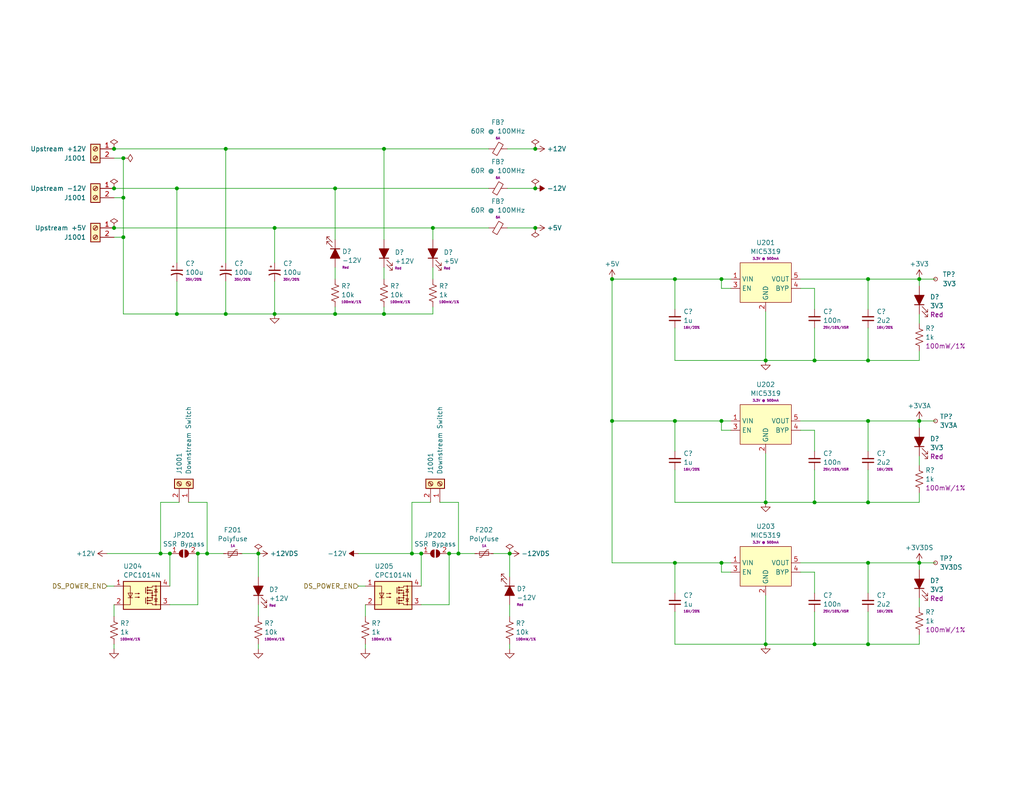
<source format=kicad_sch>
(kicad_sch (version 20230121) (generator eeschema)
  (paper "USLetter")
  (title_block (title "Hubble Motherboard") (date "2021-11-20") (rev "v3") (company "Winterbloom") (comment 1 "Alethea Flowers") (comment 2 "CERN-OHL-P V2") (comment 3 "hubble.wntr.dev"))
  (lib_symbols
    (symbol "Connector:Screw_Terminal_01x02" (pin_names (offset 1.016) hide)
      (property "Reference" "J" (at 0 2.54 0))
      (property "Value" "Screw_Terminal_01x02" (at 0 -5.08 0))
      (symbol "Screw_Terminal_01x02_1_1"
        (pin passive line (at -5.08 0 0) (length 3.81) (name "Pin_1") (number "1"))
        (pin passive line (at -5.08 -2.54 0) (length 3.81) (name "Pin_2") (number "2"))
      )
    )
    (symbol "Connector:TestPoint_Small" (pin_numbers hide) (pin_names (offset 0.762) hide)
      (property "Reference" "TP" (at 0 3.81 0))
      (property "Value" "TestPoint_Small" (at 0 2.032 0))
      (symbol "TestPoint_Small_1_1"
        (pin passive line (at 0 0 90) (length 0) (name "1") (number "1"))
      )
    )
    (symbol "Device:C_Polarized_Small_US" (pin_numbers hide) (pin_names (offset 0.254) hide)
      (property "Reference" "C" (at 0.254 1.778 0))
      (property "Value" "C_Polarized_Small_US" (at 0.254 -2.032 0))
      (symbol "C_Polarized_Small_US_1_1"
        (pin passive line (at 0 2.54 270) (length 2.032) (name "~") (number "1"))
        (pin passive line (at 0 -2.54 90) (length 2.032) (name "~") (number "2"))
      )
    )
    (symbol "Device:C_Small" (pin_numbers hide) (pin_names (offset 0.254) hide)
      (property "Reference" "C" (at 0.254 1.778 0))
      (property "Value" "C_Small" (at 0.254 -2.032 0))
      (symbol "C_Small_1_1"
        (pin passive line (at 0 2.54 270) (length 2.032) (name "~") (number "1"))
        (pin passive line (at 0 -2.54 90) (length 2.032) (name "~") (number "2"))
      )
    )
    (symbol "Device:FerriteBead_Small" (pin_numbers hide) (pin_names (offset 0))
      (property "Reference" "FB" (at 1.905 1.27 0))
      (property "Value" "FerriteBead_Small" (at 1.905 -1.27 0))
      (symbol "FerriteBead_Small_1_1"
        (pin passive line (at 0 2.54 270) (length 1.27) (name "~") (number "1"))
        (pin passive line (at 0 -2.54 90) (length 1.27) (name "~") (number "2"))
      )
    )
    (symbol "Device:LED_Filled" (pin_numbers hide) (pin_names (offset 1.016) hide)
      (property "Reference" "D" (at 0 2.54 0))
      (property "Value" "LED_Filled" (at 0 -2.54 0))
      (symbol "LED_Filled_1_1"
        (pin passive line (at -3.81 0 0) (length 2.54) (name "K") (number "1"))
        (pin passive line (at 3.81 0 180) (length 2.54) (name "A") (number "2"))
      )
    )
    (symbol "Device:Polyfuse_Small" (pin_numbers hide) (pin_names (offset 0))
      (property "Reference" "F" (at -1.905 0 90))
      (property "Value" "Polyfuse_Small" (at 1.905 0 90))
      (symbol "Polyfuse_Small_1_1"
        (pin passive line (at 0 2.54 270) (length 0.635) (name "~") (number "1"))
        (pin passive line (at 0 -2.54 90) (length 0.635) (name "~") (number "2"))
      )
    )
    (symbol "Device:R_US" (pin_numbers hide) (pin_names (offset 0))
      (property "Reference" "R" (at 2.54 0 90))
      (property "Value" "R_US" (at -2.54 0 90))
      (symbol "R_US_1_1"
        (pin passive line (at 0 3.81 270) (length 1.27) (name "~") (number "1"))
        (pin passive line (at 0 -3.81 90) (length 1.27) (name "~") (number "2"))
      )
    )
    (symbol "Jumper:SolderJumper_2_Open" (pin_names (offset 0) hide)
      (property "Reference" "JP" (at 0 2.032 0))
      (property "Value" "SolderJumper_2_Open" (at 0 -2.54 0))
      (symbol "SolderJumper_2_Open_1_1"
        (pin passive line (at -3.81 0 0) (length 2.54) (name "A") (number "1"))
        (pin passive line (at 3.81 0 180) (length 2.54) (name "B") (number "2"))
      )
    )
    (symbol "Relay_SolidState:CPC1017N"
      (property "Reference" "U" (at -5.08 5.08 0))
      (property "Value" "CPC1017N" (at 0 5.08 0))
      (symbol "CPC1017N_1_1"
        (pin passive line (at -7.62 2.54 0) (length 2.54) (name "~") (number "1"))
        (pin passive line (at -7.62 -2.54 0) (length 2.54) (name "~") (number "2"))
        (pin passive line (at 7.62 -2.54 180) (length 2.54) (name "~") (number "3"))
        (pin passive line (at 7.62 2.54 180) (length 2.54) (name "~") (number "4"))
      )
    )
    (symbol "hubble:+12VDS" (power) (pin_names (offset 0))
      (property "Value" "+12VDS" (at 0 3.175 90))
      (symbol "+12VDS_1_1"
        (pin power_in line (at 0 0 90) (length 0) hide (name "+12VDS") (number "1"))
      )
    )
    (symbol "hubble:+3V3A" (power) (pin_names (offset 0))
      (property "Value" "+3V3A" (at 0 4.1331 0))
      (symbol "+3V3A_1_1"
        (pin power_in line (at 0 0 90) (length 0) hide (name "+3V3A") (number "1"))
      )
    )
    (symbol "hubble:+3V3DS" (power) (pin_names (offset 0))
      (property "Value" "+3V3DS" (at 0 4.1331 0))
      (symbol "+3V3DS_1_1"
        (pin power_in line (at 0 0 90) (length 0) hide (name "+3V3DS") (number "1"))
      )
    )
    (symbol "hubble:-12VDS" (power) (pin_names (offset 0))
      (property "Value" "-12VDS" (at 0 3.175 90))
      (symbol "-12VDS_1_1"
        (pin power_in line (at 0 0 90) (length 0) hide (name "-12VDS") (number "1"))
      )
    )
    (symbol "power:+12V" (power) (pin_names (offset 0))
      (property "Value" "+12V" (at 0 3.556 0))
      (symbol "+12V_1_1"
        (pin power_in line (at 0 0 90) (length 0) hide (name "+12V") (number "1"))
      )
    )
    (symbol "power:+3V3" (power) (pin_names (offset 0))
      (property "Value" "+3V3" (at 0 3.556 0))
      (symbol "+3V3_1_1"
        (pin power_in line (at 0 0 90) (length 0) hide (name "+3V3") (number "1"))
      )
    )
    (symbol "power:+5V" (power) (pin_names (offset 0))
      (property "Value" "+5V" (at 0 3.556 0))
      (symbol "+5V_1_1"
        (pin power_in line (at 0 0 90) (length 0) hide (name "+5V") (number "1"))
      )
    )
    (symbol "power:-12V" (power) (pin_names (offset 0))
      (property "Value" "-12V" (at 0 3.81 0))
      (symbol "-12V_0_0"
        (pin power_in line (at 0 0 90) (length 0) hide (name "-12V") (number "1"))
      )
    )
    (symbol "power:GND" (power) (pin_names (offset 0))
      (property "Value" "GND" (at 0 -3.81 0))
      (symbol "GND_1_1"
        (pin power_in line (at 0 0 270) (length 0) hide (name "GND") (number "1"))
      )
    )
    (symbol "power:PWR_FLAG" (power) (pin_numbers hide) (pin_names (offset 0) hide)
      (property "Value" "PWR_FLAG" (at 0 3.81 0))
      (symbol "PWR_FLAG_0_0"
        (pin power_out line (at 0 0 90) (length 0) (name "pwr") (number "1"))
      )
    )
    (symbol "winterbloom:MIC5319"
      (property "Reference" "U" (at 0 9.525 0))
      (property "Value" "MIC5319" (at 0 7.62 0))
      (property "Rating" "3.3V @ 500mA" (at 0 5.715 0))
      (symbol "MIC5319_0_0"
        (pin power_in line (at -9.525 0 0) (length 2.54) (name "VIN") (number "1"))
        (pin power_in line (at 0 -8.89 90) (length 2.54) (name "GND") (number "2"))
        (pin input line (at -9.525 -2.54 0) (length 2.54) (name "EN") (number "3"))
        (pin power_out line (at 9.525 0 180) (length 2.54) (name "VOUT") (number "5"))
      )
      (symbol "MIC5319_1_0"
        (pin passive line (at 9.525 -2.54 180) (length 2.54) (name "BYP") (number "4"))
      )
    )
  )
  (junction (at 250.825 114.935))
  (junction (at 167.005 114.935))
  (junction (at 33.655 53.975))
  (junction (at 118.11 62.23))
  (junction (at 196.85 114.935))
  (junction (at 196.85 153.67))
  (junction (at 208.915 175.895))
  (junction (at 33.655 64.77))
  (junction (at 196.85 76.2))
  (junction (at 61.595 85.725))
  (junction (at 250.825 76.2))
  (junction (at 250.825 153.67))
  (junction (at 122.555 151.13))
  (junction (at 146.05 40.64))
  (junction (at 104.775 40.64))
  (junction (at 61.595 40.64))
  (junction (at 236.855 98.425))
  (junction (at 74.93 85.725))
  (junction (at 70.485 151.13))
  (junction (at 208.915 137.16))
  (junction (at 112.395 151.13))
  (junction (at 48.26 51.435))
  (junction (at 184.15 76.2))
  (junction (at 31.115 40.64))
  (junction (at 236.855 76.2))
  (junction (at 43.815 151.13))
  (junction (at 104.775 85.725))
  (junction (at 184.15 114.935))
  (junction (at 33.655 43.18))
  (junction (at 146.05 62.23))
  (junction (at 125.095 151.13))
  (junction (at 236.855 153.67))
  (junction (at 139.065 151.13))
  (junction (at 114.935 151.13))
  (junction (at 74.93 62.23))
  (junction (at 56.515 151.13))
  (junction (at 236.855 175.895))
  (junction (at 91.44 85.725))
  (junction (at 31.115 62.23))
  (junction (at 222.25 137.16))
  (junction (at 236.855 137.16))
  (junction (at 31.115 51.435))
  (junction (at 146.05 51.435))
  (junction (at 222.25 98.425))
  (junction (at 53.975 151.13))
  (junction (at 167.005 76.2))
  (junction (at 222.25 175.895))
  (junction (at 46.355 151.13))
  (junction (at 184.15 153.67))
  (junction (at 208.915 98.425))
  (junction (at 91.44 51.435))
  (junction (at 236.855 114.935))
  (junction (at 48.26 85.725))
  (wire (pts (xy 250.825 127) (xy 250.825 124.46)))
  (wire (pts (xy 74.93 62.23) (xy 74.93 71.755)))
  (wire (pts (xy 184.15 114.935) (xy 167.005 114.935)))
  (wire (pts (xy 250.825 175.895) (xy 250.825 173.355)))
  (wire (pts (xy 196.85 76.2) (xy 199.39 76.2)))
  (wire (pts (xy 208.915 98.425) (xy 222.25 98.425)))
  (wire (pts (xy 139.065 168.275) (xy 139.065 165.1)))
  (wire (pts (xy 70.485 151.13) (xy 66.04 151.13)))
  (wire (pts (xy 112.395 137.16) (xy 117.475 137.16)))
  (wire (pts (xy 48.26 51.435) (xy 91.44 51.435)))
  (wire (pts (xy 167.005 153.67) (xy 167.005 114.935)))
  (wire (pts (xy 70.485 165.1) (xy 70.485 168.275)))
  (wire (pts (xy 91.44 76.2) (xy 91.44 73.025)))
  (wire (pts (xy 104.775 85.725) (xy 91.44 85.725)))
  (wire (pts (xy 222.25 137.16) (xy 236.855 137.16)))
  (wire (pts (xy 61.595 40.64) (xy 61.595 71.755)))
  (wire (pts (xy 218.44 117.475) (xy 222.25 117.475)))
  (wire (pts (xy 139.065 151.13) (xy 134.62 151.13)))
  (wire (pts (xy 53.975 151.13) (xy 53.975 165.1)))
  (wire (pts (xy 236.855 167.005) (xy 236.855 175.895)))
  (wire (pts (xy 122.555 151.13) (xy 122.555 165.1)))
  (wire (pts (xy 222.25 89.535) (xy 222.25 98.425)))
  (wire (pts (xy 167.005 76.2) (xy 167.005 114.935)))
  (wire (pts (xy 60.96 151.13) (xy 56.515 151.13)))
  (wire (pts (xy 118.11 73.025) (xy 118.11 76.2)))
  (wire (pts (xy 250.825 98.425) (xy 250.825 95.885)))
  (wire (pts (xy 222.25 175.895) (xy 236.855 175.895)))
  (wire (pts (xy 250.825 76.2) (xy 255.27 76.2)))
  (wire (pts (xy 125.095 151.13) (xy 122.555 151.13)))
  (wire (pts (xy 33.655 85.725) (xy 48.26 85.725)))
  (wire (pts (xy 33.655 43.18) (xy 33.655 53.975)))
  (wire (pts (xy 33.655 53.975) (xy 33.655 64.77)))
  (wire (pts (xy 114.935 151.13) (xy 114.935 160.02)))
  (wire (pts (xy 196.85 114.935) (xy 199.39 114.935)))
  (wire (pts (xy 118.11 62.23) (xy 74.93 62.23)))
  (wire (pts (xy 43.815 151.13) (xy 29.21 151.13)))
  (wire (pts (xy 184.15 161.925) (xy 184.15 153.67)))
  (wire (pts (xy 184.15 137.16) (xy 208.915 137.16)))
  (wire (pts (xy 33.655 64.77) (xy 33.655 85.725)))
  (wire (pts (xy 112.395 151.13) (xy 114.935 151.13)))
  (wire (pts (xy 91.44 51.435) (xy 91.44 65.405)))
  (wire (pts (xy 208.915 175.895) (xy 222.25 175.895)))
  (wire (pts (xy 184.15 76.2) (xy 196.85 76.2)))
  (wire (pts (xy 31.115 51.435) (xy 48.26 51.435)))
  (wire (pts (xy 250.825 114.935) (xy 255.27 114.935)))
  (wire (pts (xy 218.44 156.21) (xy 222.25 156.21)))
  (wire (pts (xy 48.895 137.16) (xy 43.815 137.16)))
  (wire (pts (xy 31.115 177.165) (xy 31.115 175.895)))
  (wire (pts (xy 184.15 84.455) (xy 184.15 76.2)))
  (wire (pts (xy 104.775 85.725) (xy 118.11 85.725)))
  (wire (pts (xy 51.435 137.16) (xy 56.515 137.16)))
  (wire (pts (xy 146.05 51.435) (xy 138.43 51.435)))
  (wire (pts (xy 99.695 168.275) (xy 99.695 165.1)))
  (wire (pts (xy 236.855 89.535) (xy 236.855 98.425)))
  (wire (pts (xy 222.25 98.425) (xy 236.855 98.425)))
  (wire (pts (xy 91.44 85.725) (xy 91.44 83.82)))
  (wire (pts (xy 184.15 153.67) (xy 196.85 153.67)))
  (wire (pts (xy 125.095 137.16) (xy 125.095 151.13)))
  (wire (pts (xy 104.775 85.725) (xy 104.775 83.82)))
  (wire (pts (xy 48.26 85.725) (xy 61.595 85.725)))
  (wire (pts (xy 48.26 51.435) (xy 48.26 71.755)))
  (wire (pts (xy 218.44 78.74) (xy 222.25 78.74)))
  (wire (pts (xy 184.15 123.19) (xy 184.15 114.935)))
  (wire (pts (xy 112.395 151.13) (xy 97.79 151.13)))
  (wire (pts (xy 196.85 156.21) (xy 196.85 153.67)))
  (wire (pts (xy 122.555 165.1) (xy 114.935 165.1)))
  (wire (pts (xy 236.855 76.2) (xy 250.825 76.2)))
  (wire (pts (xy 118.11 62.23) (xy 118.11 65.405)))
  (wire (pts (xy 133.35 62.23) (xy 118.11 62.23)))
  (wire (pts (xy 61.595 40.64) (xy 104.775 40.64)))
  (wire (pts (xy 236.855 137.16) (xy 250.825 137.16)))
  (wire (pts (xy 250.825 153.67) (xy 250.825 155.575)))
  (wire (pts (xy 184.15 98.425) (xy 208.915 98.425)))
  (wire (pts (xy 250.825 76.2) (xy 250.825 78.105)))
  (wire (pts (xy 236.855 175.895) (xy 250.825 175.895)))
  (wire (pts (xy 53.975 165.1) (xy 46.355 165.1)))
  (wire (pts (xy 196.85 153.67) (xy 199.39 153.67)))
  (wire (pts (xy 199.39 78.74) (xy 196.85 78.74)))
  (wire (pts (xy 196.85 117.475) (xy 196.85 114.935)))
  (wire (pts (xy 97.79 160.02) (xy 99.695 160.02)))
  (wire (pts (xy 250.825 153.67) (xy 255.27 153.67)))
  (wire (pts (xy 29.21 160.02) (xy 31.115 160.02)))
  (wire (pts (xy 56.515 137.16) (xy 56.515 151.13)))
  (wire (pts (xy 43.815 151.13) (xy 46.355 151.13)))
  (wire (pts (xy 31.115 43.18) (xy 33.655 43.18)))
  (wire (pts (xy 61.595 85.725) (xy 61.595 76.835)))
  (wire (pts (xy 31.115 168.275) (xy 31.115 165.1)))
  (wire (pts (xy 167.005 76.2) (xy 184.15 76.2)))
  (wire (pts (xy 74.93 85.725) (xy 61.595 85.725)))
  (wire (pts (xy 146.05 62.23) (xy 138.43 62.23)))
  (wire (pts (xy 199.39 156.21) (xy 196.85 156.21)))
  (wire (pts (xy 222.25 78.74) (xy 222.25 84.455)))
  (wire (pts (xy 208.915 137.16) (xy 222.25 137.16)))
  (wire (pts (xy 218.44 76.2) (xy 236.855 76.2)))
  (wire (pts (xy 43.815 137.16) (xy 43.815 151.13)))
  (wire (pts (xy 236.855 153.67) (xy 250.825 153.67)))
  (wire (pts (xy 56.515 151.13) (xy 53.975 151.13)))
  (wire (pts (xy 104.775 73.025) (xy 104.775 76.2)))
  (wire (pts (xy 208.915 123.825) (xy 208.915 137.16)))
  (wire (pts (xy 236.855 114.935) (xy 236.855 123.19)))
  (wire (pts (xy 139.065 157.48) (xy 139.065 151.13)))
  (wire (pts (xy 91.44 85.725) (xy 74.93 85.725)))
  (wire (pts (xy 236.855 114.935) (xy 250.825 114.935)))
  (wire (pts (xy 184.15 98.425) (xy 184.15 89.535)))
  (wire (pts (xy 48.26 76.835) (xy 48.26 85.725)))
  (wire (pts (xy 33.655 64.77) (xy 31.115 64.77)))
  (wire (pts (xy 70.485 177.165) (xy 70.485 175.895)))
  (wire (pts (xy 218.44 153.67) (xy 236.855 153.67)))
  (wire (pts (xy 236.855 128.27) (xy 236.855 137.16)))
  (wire (pts (xy 46.355 151.13) (xy 46.355 160.02)))
  (wire (pts (xy 133.35 40.64) (xy 104.775 40.64)))
  (wire (pts (xy 250.825 88.265) (xy 250.825 85.725)))
  (wire (pts (xy 250.825 114.935) (xy 250.825 116.84)))
  (wire (pts (xy 112.395 137.16) (xy 112.395 151.13)))
  (wire (pts (xy 222.25 167.005) (xy 222.25 175.895)))
  (wire (pts (xy 250.825 165.735) (xy 250.825 163.195)))
  (wire (pts (xy 196.85 78.74) (xy 196.85 76.2)))
  (wire (pts (xy 184.15 153.67) (xy 167.005 153.67)))
  (wire (pts (xy 236.855 98.425) (xy 250.825 98.425)))
  (wire (pts (xy 31.115 53.975) (xy 33.655 53.975)))
  (wire (pts (xy 70.485 151.13) (xy 70.485 157.48)))
  (wire (pts (xy 184.15 175.895) (xy 184.15 167.005)))
  (wire (pts (xy 184.15 114.935) (xy 196.85 114.935)))
  (wire (pts (xy 208.915 85.09) (xy 208.915 98.425)))
  (wire (pts (xy 184.15 175.895) (xy 208.915 175.895)))
  (wire (pts (xy 31.115 40.64) (xy 61.595 40.64)))
  (wire (pts (xy 133.35 51.435) (xy 91.44 51.435)))
  (wire (pts (xy 250.825 137.16) (xy 250.825 134.62)))
  (wire (pts (xy 236.855 76.2) (xy 236.855 84.455)))
  (wire (pts (xy 118.11 85.725) (xy 118.11 83.82)))
  (wire (pts (xy 146.05 40.64) (xy 138.43 40.64)))
  (wire (pts (xy 74.93 76.835) (xy 74.93 85.725)))
  (wire (pts (xy 222.25 117.475) (xy 222.25 123.19)))
  (wire (pts (xy 222.25 128.27) (xy 222.25 137.16)))
  (wire (pts (xy 184.15 137.16) (xy 184.15 128.27)))
  (wire (pts (xy 31.115 62.23) (xy 74.93 62.23)))
  (wire (pts (xy 104.775 40.64) (xy 104.775 65.405)))
  (wire (pts (xy 218.44 114.935) (xy 236.855 114.935)))
  (wire (pts (xy 120.015 137.16) (xy 125.095 137.16)))
  (wire (pts (xy 99.695 177.165) (xy 99.695 175.895)))
  (wire (pts (xy 222.25 156.21) (xy 222.25 161.925)))
  (wire (pts (xy 139.065 177.165) (xy 139.065 175.895)))
  (wire (pts (xy 129.54 151.13) (xy 125.095 151.13)))
  (wire (pts (xy 199.39 117.475) (xy 196.85 117.475)))
  (wire (pts (xy 208.915 162.56) (xy 208.915 175.895)))
  (wire (pts (xy 236.855 153.67) (xy 236.855 161.925)))
  (hierarchical_label "DS_POWER_EN" (shape input) (at 97.79 160.02 180))
  (hierarchical_label "DS_POWER_EN" (shape input) (at 29.21 160.02 180))
  (symbol (lib_id "power:GND") (at 99.695 177.165 0) (unit 1)
    (property "Reference" "#PWR?" (effects hide))
    (property "Value" "GND" (effects hide))
    (instances (project "starfish" (path "" (reference "#PWR?") (unit 1))) (project "hubble" (path "" (reference "#PWR0219") (unit 1))))
  )
  (symbol (lib_id "power:PWR_FLAG") (at 31.115 51.435 0) (unit 1)
    (property "Reference" "#FLG?" (effects hide))
    (property "Value" "PWR_FLAG" (effects hide))
    (instances (project "board" (path "" (reference "#FLG?") (unit 1))) (project "hubble" (path "" (reference "#FLG0208") (unit 1))))
  )
  (symbol (lib_id "Connector:Screw_Terminal_01x02") (at 26.035 40.64 0) (mirror y) (unit 1)
    (property "Reference" "J1001" (at 23.495 43.18 0) (effects (justify left)))
    (property "Value" "Upstream +12V" (at 23.495 40.64 0) (effects (justify left)))
    (property "Footprint" "winterbloom:TerminalBlock_4UCON_1x02_P3.50mm_Horizontal" (effects hide))
    (instances (project "starfish" (path "" (reference "J1001") (unit 1)) (path "" (reference "J1101") (unit 1)) (path "" (reference "J1301") (unit 1)) (path "" (reference "J1701") (unit 1))) (project "hubble" (path "" (reference "J203") (unit 1))))
  )
  (symbol (lib_id "hubble:+12VDS") (at 70.485 151.13 270) (unit 1)
    (property "Reference" "#PWR?" (effects hide))
    (property "Value" "+12VDS" (at 73.66 151.13 90) (effects (justify left)))
    (instances (project "board" (path "" (reference "#PWR?") (unit 1))) (project "hubble" (path "" (reference "#PWR0213") (unit 1))))
  )
  (symbol (lib_id "Device:R_US") (at 91.44 80.01 0) (unit 1)
    (property "Reference" "R?" (at 93.091 78.0926 0) (effects (justify left)))
    (property "Value" "10k" (at 93.091 80.5168 0) (effects (justify left)))
    (property "Footprint" "winterbloom:R_0603_HandSolder" (effects hide))
    (property "Rating" "100mW/1%" (at 93.091 82.4342 0) (effects (font (size 0.64 0.64)) (justify left)))
    (instances (project "starfish" (path "" (reference "R?") (unit 1))) (project "hubble" (path "" (reference "R201") (unit 1))))
  )
  (symbol (lib_id "power:PWR_FLAG") (at 31.115 40.64 0) (unit 1)
    (property "Reference" "#FLG?" (effects hide))
    (property "Value" "PWR_FLAG" (effects hide))
    (instances (project "board" (path "" (reference "#FLG?") (unit 1))) (project "hubble" (path "" (reference "#FLG0207") (unit 1))))
  )
  (symbol (lib_id "power:GND") (at 31.115 177.165 0) (unit 1)
    (property "Reference" "#PWR?" (effects hide))
    (property "Value" "GND" (effects hide))
    (instances (project "starfish" (path "" (reference "#PWR?") (unit 1))) (project "hubble" (path "" (reference "#PWR0218") (unit 1))))
  )
  (symbol (lib_id "Device:R_US") (at 31.115 172.085 0) (unit 1)
    (property "Reference" "R?" (at 32.766 170.1676 0) (effects (justify left)))
    (property "Value" "1k" (at 32.766 172.5918 0) (effects (justify left)))
    (property "Footprint" "winterbloom:R_0603_HandSolder" (effects hide))
    (property "Rating" "100mW/1%" (at 32.766 174.5092 0) (effects (font (size 0.64 0.64)) (justify left)))
    (instances (project "starfish" (path "" (reference "R?") (unit 1))) (project "hubble" (path "" (reference "R207") (unit 1))))
  )
  (symbol (lib_id "winterbloom:MIC5319") (at 208.915 153.67 0) (unit 1)
    (property "Reference" "U203" (at 208.915 143.7209 0))
    (property "Value" "MIC5319" (at 208.915 146.1451 0))
    (property "Footprint" "Package_TO_SOT_SMD:SOT-23-5" (effects hide))
    (property "Datasheet" "https://ww1.microchip.com/downloads/en/DeviceDoc/500mA-uCap-Ultra-Low-Dropout-Regulator-with-High-PSRR-DS20005876B.pdf" (effects hide))
    (property "MPN" "MIC5319-3.3YD5" (effects hide))
    (property "Rating" "3.3V @ 500mA" (at 208.915 148.0625 0) (effects (font (size 0.64 0.64))))
  )
  (symbol (lib_id "power:PWR_FLAG") (at 31.115 62.23 0) (unit 1)
    (property "Reference" "#FLG?" (effects hide))
    (property "Value" "PWR_FLAG" (effects hide))
    (instances (project "board" (path "" (reference "#FLG?") (unit 1))) (project "hubble" (path "" (reference "#FLG0209") (unit 1))))
  )
  (symbol (lib_id "hubble:+3V3A") (at 250.825 114.935 0) (unit 1)
    (property "Reference" "#PWR?" (effects hide))
    (property "Value" "+3V3A" (at 250.825 110.8019 0))
    (instances (project "starfish" (path "" (reference "#PWR?") (unit 1))) (project "hubble" (path "" (reference "#PWR0210") (unit 1))))
  )
  (symbol (lib_id "Device:C_Polarized_Small_US") (at 48.26 74.295 0) (unit 1)
    (property "Reference" "C?" (at 50.5714 71.9458 0) (effects (justify left)))
    (property "Value" "100u" (at 50.5714 74.37 0) (effects (justify left)))
    (property "Footprint" "Capacitor_SMD:CP_Elec_6.3x9.9" (effects hide))
    (property "Rating" "35V/20%" (at 50.5714 76.2874 0) (effects (font (size 0.64 0.64)) (justify left)))
    (instances (project "starfish" (path "" (reference "C?") (unit 1))) (project "hubble" (path "" (reference "C201") (unit 1))))
  )
  (symbol (lib_id "Device:C_Small") (at 184.15 125.73 180) (unit 1)
    (property "Reference" "C?" (at 186.4741 123.8062 0) (effects (justify right)))
    (property "Value" "1u" (at 186.4741 126.2304 0) (effects (justify right)))
    (property "Footprint" "winterbloom:C_0603_HandSolder" (effects hide))
    (property "Notes" "Bypass" (effects hide))
    (property "Rating" "16V/20%" (at 186.4741 128.1478 0) (effects (font (size 0.64 0.64)) (justify right)))
    (instances (project "mainboard" (path "" (reference "C?") (unit 1))) (project "hubble" (path "" (reference "C?") (unit 1)) (path "" (reference "C?") (unit 1)) (path "" (reference "C?") (unit 1)) (path "" (reference "C?") (unit 1)) (path "" (reference "C207") (unit 1))))
  )
  (symbol (lib_id "power:PWR_FLAG") (at 70.485 151.13 0) (unit 1)
    (property "Reference" "#FLG?" (effects hide))
    (property "Value" "PWR_FLAG" (effects hide))
    (instances (project "board" (path "" (reference "#FLG?") (unit 1))) (project "hubble" (path "" (reference "#FLG0205") (unit 1))))
  )
  (symbol (lib_id "Device:Polyfuse_Small") (at 63.5 151.13 270) (unit 1)
    (property "Reference" "F201" (at 63.5 144.6861 90))
    (property "Value" "Polyfuse" (at 63.5 147.1103 90))
    (property "Footprint" "winterbloom:Fuse_Littelfuse_0805L" (effects hide))
    (property "Datasheet" "https://m.littelfuse.com/~/media/electronics/datasheets/resettable_ptcs/littelfuse_ptc_0805l_datasheet.pdf.pdf" (effects hide))
    (property "Rating" "1A" (at 63.5 149.0277 90) (effects (font (size 0.64 0.64))))
  )
  (symbol (lib_id "winterbloom:MIC5319") (at 208.915 114.935 0) (unit 1)
    (property "Reference" "U202" (at 208.915 104.9859 0))
    (property "Value" "MIC5319" (at 208.915 107.4101 0))
    (property "Footprint" "Package_TO_SOT_SMD:SOT-23-5" (effects hide))
    (property "Datasheet" "https://ww1.microchip.com/downloads/en/DeviceDoc/500mA-uCap-Ultra-Low-Dropout-Regulator-with-High-PSRR-DS20005876B.pdf" (effects hide))
    (property "MPN" "MIC5319-3.3YD5" (effects hide))
    (property "Rating" "3.3V @ 500mA" (at 208.915 109.3275 0) (effects (font (size 0.64 0.64))))
  )
  (symbol (lib_id "Device:R_US") (at 104.775 80.01 0) (unit 1)
    (property "Reference" "R?" (at 106.426 78.0926 0) (effects (justify left)))
    (property "Value" "10k" (at 106.426 80.5168 0) (effects (justify left)))
    (property "Footprint" "winterbloom:R_0603_HandSolder" (effects hide))
    (property "Rating" "100mW/1%" (at 106.426 82.4342 0) (effects (font (size 0.64 0.64)) (justify left)))
    (instances (project "starfish" (path "" (reference "R?") (unit 1))) (project "hubble" (path "" (reference "R202") (unit 1))))
  )
  (symbol (lib_id "Device:C_Small") (at 222.25 125.73 180) (unit 1)
    (property "Reference" "C?" (at 224.5741 123.8062 0) (effects (justify right)))
    (property "Value" "100n" (at 224.5741 126.2304 0) (effects (justify right)))
    (property "Footprint" "winterbloom:C_0603_HandSolder" (effects hide))
    (property "Notes" "Bypass" (effects hide))
    (property "Rating" "25V/10%/X5R" (at 224.5741 128.1478 0) (effects (font (size 0.64 0.64)) (justify right)))
    (instances (project "mainboard" (path "" (reference "C?") (unit 1))) (project "hubble" (path "" (reference "C?") (unit 1)) (path "" (reference "C?") (unit 1)) (path "" (reference "C?") (unit 1)) (path "" (reference "C?") (unit 1)) (path "" (reference "C208") (unit 1))))
  )
  (symbol (lib_id "Connector:Screw_Terminal_01x02") (at 51.435 132.08 270) (mirror x) (unit 1)
    (property "Reference" "J1001" (at 48.895 129.54 0) (effects (justify left)))
    (property "Value" "Downstream Switch" (at 51.435 129.54 0) (effects (justify left)))
    (property "Footprint" "winterbloom:TerminalBlock_4UCON_1x02_P3.50mm_Horizontal" (effects hide))
    (instances (project "starfish" (path "" (reference "J1001") (unit 1)) (path "" (reference "J1101") (unit 1)) (path "" (reference "J1301") (unit 1)) (path "" (reference "J1701") (unit 1))) (project "hubble" (path "" (reference "J201") (unit 1))))
  )
  (symbol (lib_id "Device:C_Small") (at 184.15 86.995 180) (unit 1)
    (property "Reference" "C?" (at 186.4741 85.0712 0) (effects (justify right)))
    (property "Value" "1u" (at 186.4741 87.4954 0) (effects (justify right)))
    (property "Footprint" "winterbloom:C_0603_HandSolder" (effects hide))
    (property "Notes" "Bypass" (effects hide))
    (property "Rating" "16V/20%" (at 186.4741 89.4128 0) (effects (font (size 0.64 0.64)) (justify right)))
    (instances (project "mainboard" (path "" (reference "C?") (unit 1))) (project "hubble" (path "" (reference "C?") (unit 1)) (path "" (reference "C?") (unit 1)) (path "" (reference "C?") (unit 1)) (path "" (reference "C?") (unit 1)) (path "" (reference "C204") (unit 1))))
  )
  (symbol (lib_id "Device:LED_Filled") (at 250.825 159.385 90) (unit 1)
    (property "Reference" "D?" (at 253.746 158.5483 90) (effects (justify right)))
    (property "Value" "3V3" (at 253.746 160.9725 90) (effects (justify right)))
    (property "Footprint" "winterbloom:LED_0805_Kingbright_APT2012" (effects hide))
    (property "Datasheet" "https://www.kingbrightusa.com/images/catalog/SPEC/APT2012EC.pdf" (effects hide))
    (property "Rating" "Red" (at 253.746 163.3967 90) (effects (justify right)))
    (instances (project "starfish" (path "" (reference "D?") (unit 1))) (project "hubble" (path "" (reference "D206") (unit 1))))
  )
  (symbol (lib_id "Relay_SolidState:CPC1017N") (at 38.735 162.56 0) (unit 1)
    (property "Reference" "U204" (at 33.6346 154.6057 0) (effects (justify left)))
    (property "Value" "CPC1014N" (at 33.6346 157.0299 0) (effects (justify left)))
    (property "Footprint" "Package_SO:SOP-4_3.8x4.1mm_P2.54mm" (effects hide))
    (property "Datasheet" "https://www.littelfuse.com/media?resourcetype=datasheets&itemid=3e4eb187-4c39-460b-979d-cfbae53b1b5d&filename=littelfuse-integrated-circuits-cpc1014n-series-datasheet" (effects hide))
    (property "MPN" "CPC1014NTR" (effects hide))
  )
  (symbol (lib_id "winterbloom:MIC5319") (at 208.915 76.2 0) (unit 1)
    (property "Reference" "U201" (at 208.915 66.2509 0))
    (property "Value" "MIC5319" (at 208.915 68.6751 0))
    (property "Footprint" "Package_TO_SOT_SMD:SOT-23-5" (effects hide))
    (property "Datasheet" "https://ww1.microchip.com/downloads/en/DeviceDoc/500mA-uCap-Ultra-Low-Dropout-Regulator-with-High-PSRR-DS20005876B.pdf" (effects hide))
    (property "MPN" "MIC5319-3.3YD5" (effects hide))
    (property "Rating" "3.3V @ 500mA" (at 208.915 70.5925 0) (effects (font (size 0.64 0.64))))
  )
  (symbol (lib_id "Connector:Screw_Terminal_01x02") (at 26.035 51.435 0) (mirror y) (unit 1)
    (property "Reference" "J1001" (at 23.495 53.975 0) (effects (justify left)))
    (property "Value" "Upstream -12V" (at 23.495 51.435 0) (effects (justify left)))
    (property "Footprint" "winterbloom:TerminalBlock_4UCON_1x02_P3.50mm_Horizontal" (effects hide))
    (instances (project "starfish" (path "" (reference "J1001") (unit 1)) (path "" (reference "J1101") (unit 1)) (path "" (reference "J1301") (unit 1)) (path "" (reference "J1701") (unit 1))) (project "hubble" (path "" (reference "J204") (unit 1))))
  )
  (symbol (lib_id "Device:LED_Filled") (at 91.44 69.215 270) (unit 1)
    (property "Reference" "D?" (at 93.345 68.6834 90) (effects (justify left)))
    (property "Value" "-12V" (at 93.345 71.1076 90) (effects (justify left)))
    (property "Footprint" "winterbloom:LED_0805_Kingbright_APT2012" (effects hide))
    (property "Datasheet" "https://www.kingbrightusa.com/images/catalog/SPEC/APT2012EC.pdf" (effects hide))
    (property "Rating" "Red" (at 93.345 73.025 90) (effects (font (size 0.64 0.64)) (justify left)))
    (instances (project "starfish" (path "" (reference "D?") (unit 1))) (project "hubble" (path "" (reference "D201") (unit 1))))
  )
  (symbol (lib_id "Device:C_Small") (at 184.15 164.465 180) (unit 1)
    (property "Reference" "C?" (at 186.4741 162.5412 0) (effects (justify right)))
    (property "Value" "1u" (at 186.4741 164.9654 0) (effects (justify right)))
    (property "Footprint" "winterbloom:C_0603_HandSolder" (effects hide))
    (property "Notes" "Bypass" (effects hide))
    (property "Rating" "16V/20%" (at 186.4741 166.8828 0) (effects (font (size 0.64 0.64)) (justify right)))
    (instances (project "mainboard" (path "" (reference "C?") (unit 1))) (project "hubble" (path "" (reference "C?") (unit 1)) (path "" (reference "C?") (unit 1)) (path "" (reference "C?") (unit 1)) (path "" (reference "C?") (unit 1)) (path "" (reference "C210") (unit 1))))
  )
  (symbol (lib_id "Device:C_Small") (at 236.855 86.995 180) (unit 1)
    (property "Reference" "C?" (at 239.1791 85.0712 0) (effects (justify right)))
    (property "Value" "2u2" (at 239.1791 87.4954 0) (effects (justify right)))
    (property "Footprint" "winterbloom:C_0603_HandSolder" (effects hide))
    (property "Notes" "Bypass" (effects hide))
    (property "Rating" "16V/20%" (at 239.1791 89.4128 0) (effects (font (size 0.64 0.64)) (justify right)))
    (instances (project "mainboard" (path "" (reference "C?") (unit 1))) (project "hubble" (path "" (reference "C?") (unit 1)) (path "" (reference "C?") (unit 1)) (path "" (reference "C?") (unit 1)) (path "" (reference "C?") (unit 1)) (path "" (reference "C206") (unit 1))))
  )
  (symbol (lib_id "Connector:TestPoint_Small") (at 255.27 153.67 180) (unit 1)
    (property "Reference" "TP?" (at 256.413 152.4579 0) (effects (justify right)))
    (property "Value" "3V3DS" (at 256.413 154.8821 0) (effects (justify right)))
    (property "Footprint" "TestPoint:TestPoint_Pad_D1.0mm" (effects hide))
    (instances (project "starfish" (path "" (reference "TP?") (unit 1))) (project "hubble" (path "" (reference "TP203") (unit 1))))
  )
  (symbol (lib_id "Connector:TestPoint_Small") (at 255.27 114.935 180) (unit 1)
    (property "Reference" "TP?" (at 256.413 113.7229 0) (effects (justify right)))
    (property "Value" "3V3A" (at 256.413 116.1471 0) (effects (justify right)))
    (property "Footprint" "TestPoint:TestPoint_Pad_D1.0mm" (effects hide))
    (instances (project "starfish" (path "" (reference "TP?") (unit 1))) (project "hubble" (path "" (reference "TP202") (unit 1))))
  )
  (symbol (lib_id "Device:R_US") (at 99.695 172.085 0) (unit 1)
    (property "Reference" "R?" (at 101.346 170.1676 0) (effects (justify left)))
    (property "Value" "1k" (at 101.346 172.5918 0) (effects (justify left)))
    (property "Footprint" "winterbloom:R_0603_HandSolder" (effects hide))
    (property "Rating" "100mW/1%" (at 101.346 174.5092 0) (effects (font (size 0.64 0.64)) (justify left)))
    (instances (project "starfish" (path "" (reference "R?") (unit 1))) (project "hubble" (path "" (reference "R208") (unit 1))))
  )
  (symbol (lib_id "power:-12V") (at 97.79 151.13 90) (unit 1)
    (property "Reference" "#PWR?" (effects hide))
    (property "Value" "-12V" (at 89.3126 151.13 90) (effects (justify right)))
    (instances (project "board" (path "" (reference "#PWR?") (unit 1))) (project "hubble" (path "" (reference "#PWR0214") (unit 1))))
  )
  (symbol (lib_id "Device:C_Polarized_Small_US") (at 61.595 74.295 0) (unit 1)
    (property "Reference" "C?" (at 63.9064 71.9458 0) (effects (justify left)))
    (property "Value" "100u" (at 63.9064 74.37 0) (effects (justify left)))
    (property "Footprint" "Capacitor_SMD:CP_Elec_6.3x9.9" (effects hide))
    (property "Rating" "35V/20%" (at 63.9064 76.2874 0) (effects (font (size 0.64 0.64)) (justify left)))
    (instances (project "starfish" (path "" (reference "C?") (unit 1))) (project "hubble" (path "" (reference "C202") (unit 1))))
  )
  (symbol (lib_id "Device:R_US") (at 139.065 172.085 0) (unit 1)
    (property "Reference" "R?" (at 140.716 170.1676 0) (effects (justify left)))
    (property "Value" "10k" (at 140.716 172.5918 0) (effects (justify left)))
    (property "Footprint" "winterbloom:R_0603_HandSolder" (effects hide))
    (property "Rating" "100mW/1%" (at 140.716 174.5092 0) (effects (font (size 0.64 0.64)) (justify left)))
    (instances (project "starfish" (path "" (reference "R?") (unit 1))) (project "hubble" (path "" (reference "R209") (unit 1))))
  )
  (symbol (lib_id "Device:C_Small") (at 236.855 164.465 180) (unit 1)
    (property "Reference" "C?" (at 239.1791 162.5412 0) (effects (justify right)))
    (property "Value" "2u2" (at 239.1791 164.9654 0) (effects (justify right)))
    (property "Footprint" "winterbloom:C_0603_HandSolder" (effects hide))
    (property "Notes" "Bypass" (effects hide))
    (property "Rating" "16V/20%" (at 239.1791 166.8828 0) (effects (font (size 0.64 0.64)) (justify right)))
    (instances (project "mainboard" (path "" (reference "C?") (unit 1))) (project "hubble" (path "" (reference "C?") (unit 1)) (path "" (reference "C?") (unit 1)) (path "" (reference "C?") (unit 1)) (path "" (reference "C?") (unit 1)) (path "" (reference "C212") (unit 1))))
  )
  (symbol (lib_id "Device:FerriteBead_Small") (at 135.89 62.23 90) (unit 1)
    (property "Reference" "FB?" (at 135.8519 54.9733 90))
    (property "Value" "60R @ 100MHz" (at 135.8519 57.3975 90))
    (property "Footprint" "Inductor_SMD:L_1806_4516Metric_Pad1.45x1.90mm_HandSolder" (effects hide))
    (property "Datasheet" "https://www.murata.com/en-us/products/productdata/8796739862558/ENFA0007.pdf" (effects hide))
    (property "Rating" "6A" (at 135.8519 59.3149 90) (effects (font (size 0.64 0.64))))
    (instances (project "starfish" (path "" (reference "FB?") (unit 1))) (project "hubble" (path "" (reference "FB203") (unit 1))))
  )
  (symbol (lib_id "Device:C_Small") (at 222.25 164.465 180) (unit 1)
    (property "Reference" "C?" (at 224.5741 162.5412 0) (effects (justify right)))
    (property "Value" "100n" (at 224.5741 164.9654 0) (effects (justify right)))
    (property "Footprint" "winterbloom:C_0603_HandSolder" (effects hide))
    (property "Notes" "Bypass" (effects hide))
    (property "Rating" "25V/10%/X5R" (at 224.5741 166.8828 0) (effects (font (size 0.64 0.64)) (justify right)))
    (instances (project "mainboard" (path "" (reference "C?") (unit 1))) (project "hubble" (path "" (reference "C?") (unit 1)) (path "" (reference "C?") (unit 1)) (path "" (reference "C?") (unit 1)) (path "" (reference "C?") (unit 1)) (path "" (reference "C211") (unit 1))))
  )
  (symbol (lib_id "power:GND") (at 208.915 175.895 0) (unit 1)
    (property "Reference" "#PWR?" (effects hide))
    (property "Value" "GND" (effects hide))
    (instances (project "starfish" (path "" (reference "#PWR?") (unit 1))) (project "hubble" (path "" (reference "#PWR0217") (unit 1))))
  )
  (symbol (lib_id "Device:LED_Filled") (at 104.775 69.215 90) (unit 1)
    (property "Reference" "D?" (at 107.696 68.8851 90) (effects (justify right)))
    (property "Value" "+12V" (at 107.696 71.3093 90) (effects (justify right)))
    (property "Footprint" "winterbloom:LED_0805_Kingbright_APT2012" (effects hide))
    (property "Datasheet" "https://www.kingbrightusa.com/images/catalog/SPEC/APT2012EC.pdf" (effects hide))
    (property "Rating" "Red" (at 107.696 73.2267 90) (effects (font (size 0.64 0.64)) (justify right)))
    (instances (project "starfish" (path "" (reference "D?") (unit 1))) (project "hubble" (path "" (reference "D202") (unit 1))))
  )
  (symbol (lib_id "Device:LED_Filled") (at 139.065 161.29 270) (unit 1)
    (property "Reference" "D?" (at 140.97 160.7584 90) (effects (justify left)))
    (property "Value" "-12V" (at 140.97 163.1826 90) (effects (justify left)))
    (property "Footprint" "winterbloom:LED_0805_Kingbright_APT2012" (effects hide))
    (property "Datasheet" "https://www.kingbrightusa.com/images/catalog/SPEC/APT2012EC.pdf" (effects hide))
    (property "Rating" "Red" (at 140.97 165.1 90) (effects (font (size 0.64 0.64)) (justify left)))
    (instances (project "starfish" (path "" (reference "D?") (unit 1))) (project "hubble" (path "" (reference "D207") (unit 1))))
  )
  (symbol (lib_id "power:GND") (at 208.915 137.16 0) (unit 1)
    (property "Reference" "#PWR?" (effects hide))
    (property "Value" "GND" (effects hide))
    (instances (project "starfish" (path "" (reference "#PWR?") (unit 1))) (project "hubble" (path "" (reference "#PWR0211") (unit 1))))
  )
  (symbol (lib_id "Device:R_US") (at 250.825 92.075 0) (unit 1)
    (property "Reference" "R?" (at 252.476 89.6508 0) (effects (justify left)))
    (property "Value" "1k" (at 252.476 92.075 0) (effects (justify left)))
    (property "Footprint" "winterbloom:R_0603_HandSolder" (effects hide))
    (property "Rating" "100mW/1%" (at 252.476 94.4992 0) (effects (justify left)))
    (instances (project "starfish" (path "" (reference "R?") (unit 1))) (project "hubble" (path "" (reference "R204") (unit 1))))
  )
  (symbol (lib_id "power:+12V") (at 146.05 40.64 270) (unit 1)
    (property "Reference" "#PWR?" (effects hide))
    (property "Value" "+12V" (at 149.225 40.64 90) (effects (justify left)))
    (instances (project "board" (path "" (reference "#PWR?") (unit 1))) (project "hubble" (path "" (reference "#PWR0203") (unit 1))))
  )
  (symbol (lib_id "power:PWR_FLAG") (at 146.05 62.23 180) (unit 1)
    (property "Reference" "#FLG?" (effects hide))
    (property "Value" "PWR_FLAG" (effects hide))
    (instances (project "board" (path "" (reference "#FLG?") (unit 1))) (project "hubble" (path "" (reference "#FLG0204") (unit 1))))
  )
  (symbol (lib_id "power:GND") (at 139.065 177.165 0) (unit 1)
    (property "Reference" "#PWR?" (effects hide))
    (property "Value" "GND" (effects hide))
    (instances (project "starfish" (path "" (reference "#PWR?") (unit 1))) (project "hubble" (path "" (reference "#PWR0221") (unit 1))))
  )
  (symbol (lib_id "power:PWR_FLAG") (at 146.05 51.435 0) (unit 1)
    (property "Reference" "#FLG?" (effects hide))
    (property "Value" "PWR_FLAG" (effects hide))
    (instances (project "board" (path "" (reference "#FLG?") (unit 1))) (project "hubble" (path "" (reference "#FLG0201") (unit 1))))
  )
  (symbol (lib_id "hubble:-12VDS") (at 139.065 151.13 270) (unit 1)
    (property "Reference" "#PWR?" (effects hide))
    (property "Value" "-12VDS" (at 142.24 151.13 90) (effects (justify left)))
    (instances (project "board" (path "" (reference "#PWR?") (unit 1))) (project "hubble" (path "" (reference "#PWR0215") (unit 1))))
  )
  (symbol (lib_id "power:+3V3") (at 250.825 76.2 0) (unit 1)
    (property "Reference" "#PWR?" (effects hide))
    (property "Value" "+3V3" (at 250.825 72.0669 0))
    (instances (project "starfish" (path "" (reference "#PWR?") (unit 1))) (project "hubble" (path "" (reference "#PWR0207") (unit 1))))
  )
  (symbol (lib_id "power:PWR_FLAG") (at 139.065 151.13 0) (unit 1)
    (property "Reference" "#FLG?" (effects hide))
    (property "Value" "PWR_FLAG" (effects hide))
    (instances (project "board" (path "" (reference "#FLG?") (unit 1))) (project "hubble" (path "" (reference "#FLG0206") (unit 1))))
  )
  (symbol (lib_id "Device:FerriteBead_Small") (at 135.89 40.64 90) (unit 1)
    (property "Reference" "FB?" (at 135.8519 33.3833 90))
    (property "Value" "60R @ 100MHz" (at 135.8519 35.8075 90))
    (property "Footprint" "Inductor_SMD:L_1806_4516Metric_Pad1.45x1.90mm_HandSolder" (effects hide))
    (property "Datasheet" "https://www.murata.com/en-us/products/productdata/8796739862558/ENFA0007.pdf" (effects hide))
    (property "Rating" "6A" (at 135.8519 37.7249 90) (effects (font (size 0.64 0.64))))
    (instances (project "starfish" (path "" (reference "FB?") (unit 1))) (project "hubble" (path "" (reference "FB202") (unit 1))))
  )
  (symbol (lib_id "Device:FerriteBead_Small") (at 135.89 51.435 90) (unit 1)
    (property "Reference" "FB?" (at 135.8519 44.1783 90))
    (property "Value" "60R @ 100MHz" (at 135.8519 46.6025 90))
    (property "Footprint" "Inductor_SMD:L_1806_4516Metric_Pad1.45x1.90mm_HandSolder" (effects hide))
    (property "Datasheet" "https://www.murata.com/en-us/products/productdata/8796739862558/ENFA0007.pdf" (effects hide))
    (property "Rating" "6A" (at 135.8519 48.5199 90) (effects (font (size 0.64 0.64))))
    (instances (project "starfish" (path "" (reference "FB?") (unit 1))) (project "hubble" (path "" (reference "FB201") (unit 1))))
  )
  (symbol (lib_id "Device:LED_Filled") (at 250.825 81.915 90) (unit 1)
    (property "Reference" "D?" (at 253.746 81.0783 90) (effects (justify right)))
    (property "Value" "3V3" (at 253.746 83.5025 90) (effects (justify right)))
    (property "Footprint" "winterbloom:LED_0805_Kingbright_APT2012" (effects hide))
    (property "Datasheet" "https://www.kingbrightusa.com/images/catalog/SPEC/APT2012EC.pdf" (effects hide))
    (property "Rating" "Red" (at 253.746 85.9267 90) (effects (justify right)))
    (instances (project "starfish" (path "" (reference "D?") (unit 1))) (project "hubble" (path "" (reference "D204") (unit 1))))
  )
  (symbol (lib_id "Device:LED_Filled") (at 118.11 69.215 90) (unit 1)
    (property "Reference" "D?" (at 121.031 68.8851 90) (effects (justify right)))
    (property "Value" "+5V" (at 121.031 71.3093 90) (effects (justify right)))
    (property "Footprint" "winterbloom:LED_0805_Kingbright_APT2012" (effects hide))
    (property "Datasheet" "https://www.kingbrightusa.com/images/catalog/SPEC/APT2012EC.pdf" (effects hide))
    (property "Rating" "Red" (at 121.031 73.2267 90) (effects (font (size 0.64 0.64)) (justify right)))
    (instances (project "starfish" (path "" (reference "D?") (unit 1))) (project "hubble" (path "" (reference "D203") (unit 1))))
  )
  (symbol (lib_id "power:GND") (at 208.915 98.425 0) (unit 1)
    (property "Reference" "#PWR?" (effects hide))
    (property "Value" "GND" (effects hide))
    (instances (project "starfish" (path "" (reference "#PWR?") (unit 1))) (project "hubble" (path "" (reference "#PWR0209") (unit 1))))
  )
  (symbol (lib_id "power:-12V") (at 146.05 51.435 270) (unit 1)
    (property "Reference" "#PWR?" (effects hide))
    (property "Value" "-12V" (at 154.5274 51.435 90) (effects (justify right)))
    (instances (project "board" (path "" (reference "#PWR?") (unit 1))) (project "hubble" (path "" (reference "#PWR0201") (unit 1))))
  )
  (symbol (lib_id "hubble:+3V3DS") (at 250.825 153.67 0) (unit 1)
    (property "Reference" "#PWR?" (effects hide))
    (property "Value" "+3V3DS" (at 250.825 149.5369 0))
    (instances (project "starfish" (path "" (reference "#PWR?") (unit 1))) (project "hubble" (path "" (reference "#PWR0216") (unit 1))))
  )
  (symbol (lib_id "Device:R_US") (at 250.825 169.545 0) (unit 1)
    (property "Reference" "R?" (at 252.476 167.1208 0) (effects (justify left)))
    (property "Value" "1k" (at 252.476 169.545 0) (effects (justify left)))
    (property "Footprint" "winterbloom:R_0603_HandSolder" (effects hide))
    (property "Rating" "100mW/1%" (at 252.476 171.9692 0) (effects (justify left)))
    (instances (project "starfish" (path "" (reference "R?") (unit 1))) (project "hubble" (path "" (reference "R206") (unit 1))))
  )
  (symbol (lib_id "power:+12V") (at 29.21 151.13 90) (unit 1)
    (property "Reference" "#PWR?" (effects hide))
    (property "Value" "+12V" (at 26.035 151.13 90) (effects (justify left)))
    (instances (project "board" (path "" (reference "#PWR?") (unit 1))) (project "hubble" (path "" (reference "#PWR0212") (unit 1))))
  )
  (symbol (lib_id "power:+5V") (at 167.005 76.2 0) (unit 1)
    (property "Reference" "#PWR?" (effects hide))
    (property "Value" "+5V" (at 167.005 72.0669 0))
    (instances (project "starfish" (path "" (reference "#PWR?") (unit 1))) (project "hubble" (path "" (reference "#PWR0206") (unit 1))))
  )
  (symbol (lib_id "power:GND") (at 70.485 177.165 0) (unit 1)
    (property "Reference" "#PWR?" (effects hide))
    (property "Value" "GND" (effects hide))
    (instances (project "starfish" (path "" (reference "#PWR?") (unit 1))) (project "hubble" (path "" (reference "#PWR0220") (unit 1))))
  )
  (symbol (lib_id "Relay_SolidState:CPC1017N") (at 107.315 162.56 0) (unit 1)
    (property "Reference" "U205" (at 102.2146 154.6057 0) (effects (justify left)))
    (property "Value" "CPC1014N" (at 102.2146 157.0299 0) (effects (justify left)))
    (property "Footprint" "Package_SO:SOP-4_3.8x4.1mm_P2.54mm" (effects hide))
    (property "Datasheet" "https://www.littelfuse.com/media?resourcetype=datasheets&itemid=3e4eb187-4c39-460b-979d-cfbae53b1b5d&filename=littelfuse-integrated-circuits-cpc1014n-series-datasheet" (effects hide))
    (property "MPN" "CPC1014NTR" (effects hide))
  )
  (symbol (lib_id "Jumper:SolderJumper_2_Open") (at 50.165 151.13 0) (unit 1)
    (property "Reference" "JP201" (at 50.165 146.0967 0))
    (property "Value" "SSR Bypass" (at 50.165 148.5209 0))
    (property "Footprint" "Jumper:SolderJumper-2_P1.3mm_Open_Pad1.0x1.5mm" (effects hide))
  )
  (symbol (lib_id "power:PWR_FLAG") (at 33.655 43.18 270) (unit 1)
    (property "Reference" "#FLG?" (effects hide))
    (property "Value" "PWR_FLAG" (effects hide))
    (instances (project "board" (path "" (reference "#FLG?") (unit 1))) (project "hubble" (path "" (reference "#FLG0202") (unit 1))))
  )
  (symbol (lib_id "Device:Polyfuse_Small") (at 132.08 151.13 270) (unit 1)
    (property "Reference" "F202" (at 132.08 144.6861 90))
    (property "Value" "Polyfuse" (at 132.08 147.1103 90))
    (property "Footprint" "winterbloom:Fuse_Littelfuse_0805L" (effects hide))
    (property "Datasheet" "https://m.littelfuse.com/~/media/electronics/datasheets/resettable_ptcs/littelfuse_ptc_0805l_datasheet.pdf.pdf" (effects hide))
    (property "Rating" "1A" (at 132.08 149.0277 90) (effects (font (size 0.64 0.64))))
  )
  (symbol (lib_id "Connector:TestPoint_Small") (at 255.27 76.2 180) (unit 1)
    (property "Reference" "TP?" (at 257.175 74.9299 0) (effects (justify right)))
    (property "Value" "3V3" (at 257.175 77.4699 0) (effects (justify right)))
    (property "Footprint" "TestPoint:TestPoint_Pad_D1.0mm" (effects hide))
    (instances (project "starfish" (path "" (reference "TP?") (unit 1))) (project "hubble" (path "" (reference "TP201") (unit 1))))
  )
  (symbol (lib_id "Connector:Screw_Terminal_01x02") (at 26.035 62.23 0) (mirror y) (unit 1)
    (property "Reference" "J1001" (at 23.495 64.77 0) (effects (justify left)))
    (property "Value" "Upstream +5V" (at 23.495 62.23 0) (effects (justify left)))
    (property "Footprint" "winterbloom:TerminalBlock_4UCON_1x02_P3.50mm_Horizontal" (effects hide))
    (instances (project "starfish" (path "" (reference "J1001") (unit 1)) (path "" (reference "J1101") (unit 1)) (path "" (reference "J1301") (unit 1)) (path "" (reference "J1701") (unit 1))) (project "hubble" (path "" (reference "J205") (unit 1))))
  )
  (symbol (lib_id "Device:R_US") (at 70.485 172.085 0) (unit 1)
    (property "Reference" "R?" (at 72.136 170.1676 0) (effects (justify left)))
    (property "Value" "10k" (at 72.136 172.5918 0) (effects (justify left)))
    (property "Footprint" "winterbloom:R_0603_HandSolder" (effects hide))
    (property "Rating" "100mW/1%" (at 72.136 174.5092 0) (effects (font (size 0.64 0.64)) (justify left)))
    (instances (project "starfish" (path "" (reference "R?") (unit 1))) (project "hubble" (path "" (reference "R210") (unit 1))))
  )
  (symbol (lib_id "Device:C_Polarized_Small_US") (at 74.93 74.295 0) (unit 1)
    (property "Reference" "C?" (at 77.2414 71.9458 0) (effects (justify left)))
    (property "Value" "100u" (at 77.2414 74.37 0) (effects (justify left)))
    (property "Footprint" "Capacitor_SMD:CP_Elec_6.3x9.9" (effects hide))
    (property "Rating" "35V/20%" (at 77.2414 76.2874 0) (effects (font (size 0.64 0.64)) (justify left)))
    (instances (project "starfish" (path "" (reference "C?") (unit 1))) (project "hubble" (path "" (reference "C203") (unit 1))))
  )
  (symbol (lib_id "power:PWR_FLAG") (at 146.05 40.64 0) (unit 1)
    (property "Reference" "#FLG?" (effects hide))
    (property "Value" "PWR_FLAG" (effects hide))
    (instances (project "board" (path "" (reference "#FLG?") (unit 1))) (project "hubble" (path "" (reference "#FLG0203") (unit 1))))
  )
  (symbol (lib_id "power:GND") (at 74.93 85.725 0) (unit 1)
    (property "Reference" "#PWR?" (effects hide))
    (property "Value" "GND" (effects hide))
    (instances (project "board" (path "" (reference "#PWR?") (unit 1))) (project "hubble" (path "" (reference "#PWR0208") (unit 1))))
  )
  (symbol (lib_id "Jumper:SolderJumper_2_Open") (at 118.745 151.13 0) (unit 1)
    (property "Reference" "JP202" (at 118.745 146.0967 0))
    (property "Value" "SSR Bypass" (at 118.745 148.5209 0))
    (property "Footprint" "Jumper:SolderJumper-2_P1.3mm_Open_Pad1.0x1.5mm" (effects hide))
  )
  (symbol (lib_id "Device:C_Small") (at 222.25 86.995 180) (unit 1)
    (property "Reference" "C?" (at 224.5741 85.0712 0) (effects (justify right)))
    (property "Value" "100n" (at 224.5741 87.4954 0) (effects (justify right)))
    (property "Footprint" "winterbloom:C_0603_HandSolder" (effects hide))
    (property "Notes" "Bypass" (effects hide))
    (property "Rating" "25V/10%/X5R" (at 224.5741 89.4128 0) (effects (font (size 0.64 0.64)) (justify right)))
    (instances (project "mainboard" (path "" (reference "C?") (unit 1))) (project "hubble" (path "" (reference "C?") (unit 1)) (path "" (reference "C?") (unit 1)) (path "" (reference "C?") (unit 1)) (path "" (reference "C?") (unit 1)) (path "" (reference "C205") (unit 1))))
  )
  (symbol (lib_id "power:+5V") (at 146.05 62.23 270) (unit 1)
    (property "Reference" "#PWR?" (effects hide))
    (property "Value" "+5V" (at 149.225 62.23 90) (effects (justify left)))
    (instances (project "board" (path "" (reference "#PWR?") (unit 1))) (project "hubble" (path "" (reference "#PWR0205") (unit 1))))
  )
  (symbol (lib_id "Device:R_US") (at 118.11 80.01 0) (unit 1)
    (property "Reference" "R?" (at 119.761 78.0926 0) (effects (justify left)))
    (property "Value" "1k" (at 119.761 80.5168 0) (effects (justify left)))
    (property "Footprint" "winterbloom:R_0603_HandSolder" (effects hide))
    (property "Rating" "100mW/1%" (at 119.761 82.4342 0) (effects (font (size 0.64 0.64)) (justify left)))
    (instances (project "starfish" (path "" (reference "R?") (unit 1))) (project "hubble" (path "" (reference "R203") (unit 1))))
  )
  (symbol (lib_id "Device:LED_Filled") (at 70.485 161.29 90) (unit 1)
    (property "Reference" "D?" (at 73.406 160.9601 90) (effects (justify right)))
    (property "Value" "+12V" (at 73.406 163.3843 90) (effects (justify right)))
    (property "Footprint" "winterbloom:LED_0805_Kingbright_APT2012" (effects hide))
    (property "Datasheet" "https://www.kingbrightusa.com/images/catalog/SPEC/APT2012EC.pdf" (effects hide))
    (property "Rating" "Red" (at 73.406 165.3017 90) (effects (font (size 0.64 0.64)) (justify right)))
    (instances (project "starfish" (path "" (reference "D?") (unit 1))) (project "hubble" (path "" (reference "D208") (unit 1))))
  )
  (symbol (lib_id "Connector:Screw_Terminal_01x02") (at 120.015 132.08 270) (mirror x) (unit 1)
    (property "Reference" "J1001" (at 117.475 129.54 0) (effects (justify left)))
    (property "Value" "Downstream Switch" (at 120.015 129.54 0) (effects (justify left)))
    (property "Footprint" "winterbloom:TerminalBlock_4UCON_1x02_P3.50mm_Horizontal" (effects hide))
    (instances (project "starfish" (path "" (reference "J1001") (unit 1)) (path "" (reference "J1101") (unit 1)) (path "" (reference "J1301") (unit 1)) (path "" (reference "J1701") (unit 1))) (project "hubble" (path "" (reference "J206") (unit 1))))
  )
  (symbol (lib_id "Device:LED_Filled") (at 250.825 120.65 90) (unit 1)
    (property "Reference" "D?" (at 253.746 119.8133 90) (effects (justify right)))
    (property "Value" "3V3" (at 253.746 122.2375 90) (effects (justify right)))
    (property "Footprint" "winterbloom:LED_0805_Kingbright_APT2012" (effects hide))
    (property "Datasheet" "https://www.kingbrightusa.com/images/catalog/SPEC/APT2012EC.pdf" (effects hide))
    (property "Rating" "Red" (at 253.746 124.6617 90) (effects (justify right)))
    (instances (project "starfish" (path "" (reference "D?") (unit 1))) (project "hubble" (path "" (reference "D205") (unit 1))))
  )
  (symbol (lib_id "Device:C_Small") (at 236.855 125.73 180) (unit 1)
    (property "Reference" "C?" (at 239.1791 123.8062 0) (effects (justify right)))
    (property "Value" "2u2" (at 239.1791 126.2304 0) (effects (justify right)))
    (property "Footprint" "winterbloom:C_0603_HandSolder" (effects hide))
    (property "Notes" "Bypass" (effects hide))
    (property "Rating" "16V/20%" (at 239.1791 128.1478 0) (effects (font (size 0.64 0.64)) (justify right)))
    (instances (project "mainboard" (path "" (reference "C?") (unit 1))) (project "hubble" (path "" (reference "C?") (unit 1)) (path "" (reference "C?") (unit 1)) (path "" (reference "C?") (unit 1)) (path "" (reference "C?") (unit 1)) (path "" (reference "C209") (unit 1))))
  )
  (symbol (lib_id "Device:R_US") (at 250.825 130.81 0) (unit 1)
    (property "Reference" "R?" (at 252.476 128.3858 0) (effects (justify left)))
    (property "Value" "1k" (at 252.476 130.81 0) (effects (justify left)))
    (property "Footprint" "winterbloom:R_0603_HandSolder" (effects hide))
    (property "Rating" "100mW/1%" (at 252.476 133.2342 0) (effects (justify left)))
    (instances (project "starfish" (path "" (reference "R?") (unit 1))) (project "hubble" (path "" (reference "R205") (unit 1))))
  )
)
</source>
